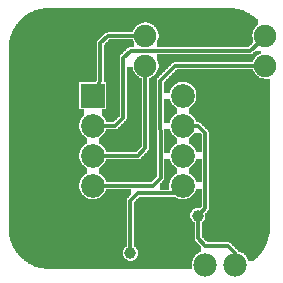
<source format=gbl>
G04 MADE WITH FRITZING*
G04 WWW.FRITZING.ORG*
G04 DOUBLE SIDED*
G04 HOLES PLATED*
G04 CONTOUR ON CENTER OF CONTOUR VECTOR*
%ASAXBY*%
%FSLAX23Y23*%
%MOIN*%
%OFA0B0*%
%SFA1.0B1.0*%
%ADD10C,0.075000*%
%ADD11C,0.079370*%
%ADD12C,0.039370*%
%ADD13C,0.078000*%
%ADD14R,0.079370X0.079370*%
%ADD15C,0.012000*%
%LNCOPPER0*%
G90*
G70*
G54D10*
X685Y946D03*
X817Y723D03*
X592Y814D03*
X992Y814D03*
G54D11*
X417Y714D03*
X717Y714D03*
X417Y614D03*
X717Y614D03*
X417Y514D03*
X717Y514D03*
X417Y414D03*
X717Y414D03*
G54D10*
X992Y914D03*
X592Y914D03*
G54D12*
X767Y314D03*
G54D13*
X892Y151D03*
X792Y151D03*
G54D12*
X542Y189D03*
G54D14*
X417Y714D03*
G54D15*
X467Y513D02*
X567Y513D01*
D02*
X567Y513D02*
X592Y539D01*
D02*
X442Y513D02*
X467Y513D01*
D02*
X592Y539D02*
X592Y791D01*
D02*
X517Y839D02*
X543Y864D01*
D02*
X543Y864D02*
X942Y864D01*
D02*
X517Y639D02*
X517Y839D01*
D02*
X942Y864D02*
X976Y897D01*
D02*
X442Y613D02*
X492Y613D01*
D02*
X617Y413D02*
X442Y414D01*
D02*
X692Y813D02*
X642Y764D01*
D02*
X642Y764D02*
X643Y439D01*
D02*
X643Y439D02*
X617Y413D01*
D02*
X969Y814D02*
X692Y813D01*
D02*
X428Y736D02*
X442Y764D01*
D02*
X442Y764D02*
X442Y889D01*
D02*
X468Y913D02*
X569Y913D01*
D02*
X442Y889D02*
X468Y913D01*
D02*
X492Y613D02*
X517Y639D01*
D02*
X768Y613D02*
X792Y589D01*
D02*
X792Y339D02*
X777Y323D01*
D02*
X792Y589D02*
X792Y339D01*
D02*
X742Y613D02*
X768Y613D01*
D02*
X892Y189D02*
X892Y176D01*
D02*
X792Y213D02*
X868Y213D01*
D02*
X768Y239D02*
X792Y213D01*
D02*
X868Y213D02*
X892Y189D01*
D02*
X767Y300D02*
X768Y239D01*
D02*
X692Y389D02*
X699Y396D01*
D02*
X568Y389D02*
X692Y389D01*
D02*
X542Y364D02*
X568Y389D01*
D02*
X542Y202D02*
X542Y364D01*
G36*
X252Y1006D02*
X252Y1004D01*
X242Y1004D01*
X242Y1002D01*
X234Y1002D01*
X234Y1000D01*
X228Y1000D01*
X228Y998D01*
X222Y998D01*
X222Y996D01*
X218Y996D01*
X218Y994D01*
X214Y994D01*
X214Y992D01*
X208Y992D01*
X208Y990D01*
X206Y990D01*
X206Y988D01*
X202Y988D01*
X202Y986D01*
X198Y986D01*
X198Y984D01*
X196Y984D01*
X196Y982D01*
X192Y982D01*
X192Y980D01*
X190Y980D01*
X190Y978D01*
X188Y978D01*
X188Y976D01*
X184Y976D01*
X184Y974D01*
X182Y974D01*
X182Y972D01*
X180Y972D01*
X180Y970D01*
X178Y970D01*
X178Y968D01*
X176Y968D01*
X176Y966D01*
X174Y966D01*
X174Y964D01*
X172Y964D01*
X172Y962D01*
X170Y962D01*
X170Y960D01*
X168Y960D01*
X168Y958D01*
X596Y958D01*
X596Y956D01*
X606Y956D01*
X606Y954D01*
X610Y954D01*
X610Y952D01*
X614Y952D01*
X614Y950D01*
X618Y950D01*
X618Y948D01*
X620Y948D01*
X620Y946D01*
X622Y946D01*
X622Y944D01*
X624Y944D01*
X624Y942D01*
X626Y942D01*
X626Y940D01*
X628Y940D01*
X628Y936D01*
X630Y936D01*
X630Y934D01*
X632Y934D01*
X632Y928D01*
X634Y928D01*
X634Y920D01*
X636Y920D01*
X636Y906D01*
X634Y906D01*
X634Y900D01*
X632Y900D01*
X632Y876D01*
X938Y876D01*
X938Y878D01*
X940Y878D01*
X940Y880D01*
X942Y880D01*
X942Y882D01*
X944Y882D01*
X944Y884D01*
X946Y884D01*
X946Y886D01*
X948Y886D01*
X948Y888D01*
X950Y888D01*
X950Y908D01*
X948Y908D01*
X948Y918D01*
X950Y918D01*
X950Y928D01*
X952Y928D01*
X952Y932D01*
X954Y932D01*
X954Y936D01*
X956Y936D01*
X956Y940D01*
X958Y940D01*
X958Y942D01*
X960Y942D01*
X960Y944D01*
X962Y944D01*
X962Y946D01*
X964Y946D01*
X964Y948D01*
X966Y948D01*
X966Y968D01*
X964Y968D01*
X964Y970D01*
X962Y970D01*
X962Y972D01*
X958Y972D01*
X958Y974D01*
X956Y974D01*
X956Y976D01*
X954Y976D01*
X954Y978D01*
X952Y978D01*
X952Y980D01*
X948Y980D01*
X948Y982D01*
X946Y982D01*
X946Y984D01*
X942Y984D01*
X942Y986D01*
X940Y986D01*
X940Y988D01*
X936Y988D01*
X936Y990D01*
X932Y990D01*
X932Y992D01*
X928Y992D01*
X928Y994D01*
X924Y994D01*
X924Y996D01*
X920Y996D01*
X920Y998D01*
X914Y998D01*
X914Y1000D01*
X908Y1000D01*
X908Y1002D01*
X900Y1002D01*
X900Y1004D01*
X890Y1004D01*
X890Y1006D01*
X252Y1006D01*
G37*
D02*
G36*
X166Y958D02*
X166Y954D01*
X164Y954D01*
X164Y952D01*
X162Y952D01*
X162Y950D01*
X160Y950D01*
X160Y946D01*
X158Y946D01*
X158Y944D01*
X156Y944D01*
X156Y940D01*
X154Y940D01*
X154Y936D01*
X152Y936D01*
X152Y934D01*
X150Y934D01*
X150Y928D01*
X148Y928D01*
X148Y924D01*
X146Y924D01*
X146Y920D01*
X144Y920D01*
X144Y914D01*
X142Y914D01*
X142Y908D01*
X140Y908D01*
X140Y900D01*
X138Y900D01*
X138Y890D01*
X136Y890D01*
X136Y368D01*
X408Y368D01*
X408Y370D01*
X402Y370D01*
X402Y372D01*
X398Y372D01*
X398Y374D01*
X394Y374D01*
X394Y376D01*
X390Y376D01*
X390Y378D01*
X388Y378D01*
X388Y380D01*
X386Y380D01*
X386Y382D01*
X384Y382D01*
X384Y384D01*
X382Y384D01*
X382Y386D01*
X380Y386D01*
X380Y388D01*
X378Y388D01*
X378Y392D01*
X376Y392D01*
X376Y396D01*
X374Y396D01*
X374Y402D01*
X372Y402D01*
X372Y424D01*
X374Y424D01*
X374Y432D01*
X376Y432D01*
X376Y436D01*
X378Y436D01*
X378Y438D01*
X380Y438D01*
X380Y442D01*
X382Y442D01*
X382Y444D01*
X384Y444D01*
X384Y446D01*
X386Y446D01*
X386Y448D01*
X388Y448D01*
X388Y450D01*
X390Y450D01*
X390Y452D01*
X394Y452D01*
X394Y454D01*
X398Y454D01*
X398Y474D01*
X394Y474D01*
X394Y476D01*
X390Y476D01*
X390Y478D01*
X388Y478D01*
X388Y480D01*
X386Y480D01*
X386Y482D01*
X384Y482D01*
X384Y484D01*
X382Y484D01*
X382Y486D01*
X380Y486D01*
X380Y488D01*
X378Y488D01*
X378Y492D01*
X376Y492D01*
X376Y496D01*
X374Y496D01*
X374Y502D01*
X372Y502D01*
X372Y524D01*
X374Y524D01*
X374Y532D01*
X376Y532D01*
X376Y536D01*
X378Y536D01*
X378Y538D01*
X380Y538D01*
X380Y542D01*
X382Y542D01*
X382Y544D01*
X384Y544D01*
X384Y546D01*
X386Y546D01*
X386Y548D01*
X388Y548D01*
X388Y550D01*
X390Y550D01*
X390Y552D01*
X394Y552D01*
X394Y554D01*
X398Y554D01*
X398Y574D01*
X394Y574D01*
X394Y576D01*
X390Y576D01*
X390Y578D01*
X388Y578D01*
X388Y580D01*
X386Y580D01*
X386Y582D01*
X384Y582D01*
X384Y584D01*
X382Y584D01*
X382Y586D01*
X380Y586D01*
X380Y588D01*
X378Y588D01*
X378Y592D01*
X376Y592D01*
X376Y596D01*
X374Y596D01*
X374Y602D01*
X372Y602D01*
X372Y624D01*
X374Y624D01*
X374Y632D01*
X376Y632D01*
X376Y636D01*
X378Y636D01*
X378Y638D01*
X380Y638D01*
X380Y642D01*
X382Y642D01*
X382Y644D01*
X384Y644D01*
X384Y646D01*
X386Y646D01*
X386Y648D01*
X388Y648D01*
X388Y668D01*
X372Y668D01*
X372Y760D01*
X428Y760D01*
X428Y764D01*
X430Y764D01*
X430Y894D01*
X432Y894D01*
X432Y896D01*
X434Y896D01*
X434Y898D01*
X436Y898D01*
X436Y900D01*
X438Y900D01*
X438Y902D01*
X440Y902D01*
X440Y904D01*
X442Y904D01*
X442Y906D01*
X444Y906D01*
X444Y908D01*
X446Y908D01*
X446Y910D01*
X448Y910D01*
X448Y912D01*
X450Y912D01*
X450Y914D01*
X452Y914D01*
X452Y916D01*
X454Y916D01*
X454Y918D01*
X456Y918D01*
X456Y920D01*
X458Y920D01*
X458Y922D01*
X462Y922D01*
X462Y924D01*
X466Y924D01*
X466Y926D01*
X550Y926D01*
X550Y928D01*
X552Y928D01*
X552Y932D01*
X554Y932D01*
X554Y936D01*
X556Y936D01*
X556Y940D01*
X558Y940D01*
X558Y942D01*
X560Y942D01*
X560Y944D01*
X562Y944D01*
X562Y946D01*
X564Y946D01*
X564Y948D01*
X566Y948D01*
X566Y950D01*
X570Y950D01*
X570Y952D01*
X574Y952D01*
X574Y954D01*
X578Y954D01*
X578Y956D01*
X588Y956D01*
X588Y958D01*
X166Y958D01*
G37*
D02*
G36*
X460Y402D02*
X460Y396D01*
X458Y396D01*
X458Y392D01*
X456Y392D01*
X456Y388D01*
X454Y388D01*
X454Y386D01*
X452Y386D01*
X452Y384D01*
X450Y384D01*
X450Y382D01*
X448Y382D01*
X448Y380D01*
X446Y380D01*
X446Y378D01*
X444Y378D01*
X444Y376D01*
X440Y376D01*
X440Y374D01*
X438Y374D01*
X438Y372D01*
X432Y372D01*
X432Y370D01*
X426Y370D01*
X426Y368D01*
X532Y368D01*
X532Y372D01*
X534Y372D01*
X534Y374D01*
X536Y374D01*
X536Y376D01*
X538Y376D01*
X538Y378D01*
X540Y378D01*
X540Y380D01*
X542Y380D01*
X542Y382D01*
X544Y382D01*
X544Y402D01*
X460Y402D01*
G37*
D02*
G36*
X760Y402D02*
X760Y396D01*
X758Y396D01*
X758Y392D01*
X756Y392D01*
X756Y388D01*
X754Y388D01*
X754Y386D01*
X752Y386D01*
X752Y384D01*
X750Y384D01*
X750Y382D01*
X748Y382D01*
X748Y380D01*
X746Y380D01*
X746Y378D01*
X744Y378D01*
X744Y376D01*
X740Y376D01*
X740Y374D01*
X738Y374D01*
X738Y372D01*
X732Y372D01*
X732Y370D01*
X726Y370D01*
X726Y368D01*
X780Y368D01*
X780Y402D01*
X760Y402D01*
G37*
D02*
G36*
X570Y376D02*
X570Y374D01*
X568Y374D01*
X568Y372D01*
X566Y372D01*
X566Y370D01*
X564Y370D01*
X564Y368D01*
X708Y368D01*
X708Y370D01*
X702Y370D01*
X702Y372D01*
X698Y372D01*
X698Y374D01*
X694Y374D01*
X694Y376D01*
X570Y376D01*
G37*
D02*
G36*
X136Y368D02*
X136Y366D01*
X530Y366D01*
X530Y368D01*
X136Y368D01*
G37*
D02*
G36*
X136Y368D02*
X136Y366D01*
X530Y366D01*
X530Y368D01*
X136Y368D01*
G37*
D02*
G36*
X562Y368D02*
X562Y366D01*
X780Y366D01*
X780Y368D01*
X562Y368D01*
G37*
D02*
G36*
X562Y368D02*
X562Y366D01*
X780Y366D01*
X780Y368D01*
X562Y368D01*
G37*
D02*
G36*
X136Y366D02*
X136Y252D01*
X138Y252D01*
X138Y242D01*
X140Y242D01*
X140Y234D01*
X142Y234D01*
X142Y228D01*
X144Y228D01*
X144Y222D01*
X146Y222D01*
X146Y218D01*
X148Y218D01*
X148Y214D01*
X150Y214D01*
X150Y210D01*
X152Y210D01*
X152Y206D01*
X154Y206D01*
X154Y202D01*
X156Y202D01*
X156Y200D01*
X158Y200D01*
X158Y196D01*
X160Y196D01*
X160Y194D01*
X162Y194D01*
X162Y190D01*
X164Y190D01*
X164Y188D01*
X166Y188D01*
X166Y186D01*
X168Y186D01*
X168Y184D01*
X170Y184D01*
X170Y180D01*
X172Y180D01*
X172Y178D01*
X174Y178D01*
X174Y176D01*
X176Y176D01*
X176Y174D01*
X178Y174D01*
X178Y172D01*
X180Y172D01*
X180Y170D01*
X184Y170D01*
X184Y168D01*
X186Y168D01*
X186Y166D01*
X188Y166D01*
X188Y164D01*
X534Y164D01*
X534Y166D01*
X530Y166D01*
X530Y168D01*
X526Y168D01*
X526Y170D01*
X524Y170D01*
X524Y172D01*
X522Y172D01*
X522Y174D01*
X520Y174D01*
X520Y178D01*
X518Y178D01*
X518Y184D01*
X516Y184D01*
X516Y194D01*
X518Y194D01*
X518Y200D01*
X520Y200D01*
X520Y204D01*
X522Y204D01*
X522Y206D01*
X524Y206D01*
X524Y208D01*
X526Y208D01*
X526Y210D01*
X530Y210D01*
X530Y366D01*
X136Y366D01*
G37*
D02*
G36*
X560Y366D02*
X560Y364D01*
X558Y364D01*
X558Y362D01*
X556Y362D01*
X556Y360D01*
X554Y360D01*
X554Y210D01*
X558Y210D01*
X558Y208D01*
X560Y208D01*
X560Y206D01*
X562Y206D01*
X562Y204D01*
X564Y204D01*
X564Y200D01*
X566Y200D01*
X566Y194D01*
X568Y194D01*
X568Y184D01*
X566Y184D01*
X566Y178D01*
X564Y178D01*
X564Y174D01*
X562Y174D01*
X562Y172D01*
X560Y172D01*
X560Y170D01*
X558Y170D01*
X558Y168D01*
X556Y168D01*
X556Y166D01*
X550Y166D01*
X550Y164D01*
X750Y164D01*
X750Y170D01*
X752Y170D01*
X752Y174D01*
X754Y174D01*
X754Y176D01*
X756Y176D01*
X756Y180D01*
X758Y180D01*
X758Y182D01*
X760Y182D01*
X760Y184D01*
X762Y184D01*
X762Y186D01*
X766Y186D01*
X766Y188D01*
X768Y188D01*
X768Y190D01*
X772Y190D01*
X772Y192D01*
X776Y192D01*
X776Y214D01*
X774Y214D01*
X774Y216D01*
X772Y216D01*
X772Y218D01*
X770Y218D01*
X770Y220D01*
X768Y220D01*
X768Y222D01*
X766Y222D01*
X766Y224D01*
X764Y224D01*
X764Y226D01*
X762Y226D01*
X762Y228D01*
X760Y228D01*
X760Y230D01*
X758Y230D01*
X758Y234D01*
X756Y234D01*
X756Y292D01*
X752Y292D01*
X752Y294D01*
X750Y294D01*
X750Y296D01*
X748Y296D01*
X748Y298D01*
X746Y298D01*
X746Y302D01*
X744Y302D01*
X744Y306D01*
X742Y306D01*
X742Y322D01*
X744Y322D01*
X744Y326D01*
X746Y326D01*
X746Y330D01*
X748Y330D01*
X748Y332D01*
X750Y332D01*
X750Y334D01*
X752Y334D01*
X752Y336D01*
X756Y336D01*
X756Y338D01*
X762Y338D01*
X762Y340D01*
X778Y340D01*
X778Y342D01*
X780Y342D01*
X780Y366D01*
X560Y366D01*
G37*
D02*
G36*
X190Y164D02*
X190Y162D01*
X748Y162D01*
X748Y164D01*
X190Y164D01*
G37*
D02*
G36*
X190Y164D02*
X190Y162D01*
X748Y162D01*
X748Y164D01*
X190Y164D01*
G37*
D02*
G36*
X194Y162D02*
X194Y160D01*
X196Y160D01*
X196Y158D01*
X200Y158D01*
X200Y156D01*
X202Y156D01*
X202Y154D01*
X206Y154D01*
X206Y152D01*
X210Y152D01*
X210Y150D01*
X214Y150D01*
X214Y148D01*
X218Y148D01*
X218Y146D01*
X222Y146D01*
X222Y144D01*
X228Y144D01*
X228Y142D01*
X234Y142D01*
X234Y140D01*
X242Y140D01*
X242Y138D01*
X254Y138D01*
X254Y136D01*
X748Y136D01*
X748Y162D01*
X194Y162D01*
G37*
D02*
G36*
X472Y902D02*
X472Y900D01*
X470Y900D01*
X470Y898D01*
X468Y898D01*
X468Y896D01*
X466Y896D01*
X466Y894D01*
X464Y894D01*
X464Y892D01*
X462Y892D01*
X462Y890D01*
X460Y890D01*
X460Y888D01*
X458Y888D01*
X458Y886D01*
X456Y886D01*
X456Y884D01*
X454Y884D01*
X454Y760D01*
X462Y760D01*
X462Y668D01*
X446Y668D01*
X446Y648D01*
X448Y648D01*
X448Y646D01*
X450Y646D01*
X450Y644D01*
X452Y644D01*
X452Y642D01*
X454Y642D01*
X454Y640D01*
X456Y640D01*
X456Y636D01*
X458Y636D01*
X458Y632D01*
X460Y632D01*
X460Y626D01*
X488Y626D01*
X488Y628D01*
X490Y628D01*
X490Y630D01*
X492Y630D01*
X492Y632D01*
X494Y632D01*
X494Y634D01*
X496Y634D01*
X496Y636D01*
X498Y636D01*
X498Y638D01*
X500Y638D01*
X500Y640D01*
X502Y640D01*
X502Y642D01*
X504Y642D01*
X504Y644D01*
X506Y644D01*
X506Y844D01*
X508Y844D01*
X508Y848D01*
X510Y848D01*
X510Y850D01*
X512Y850D01*
X512Y852D01*
X514Y852D01*
X514Y854D01*
X516Y854D01*
X516Y856D01*
X518Y856D01*
X518Y858D01*
X520Y858D01*
X520Y860D01*
X522Y860D01*
X522Y862D01*
X524Y862D01*
X524Y864D01*
X526Y864D01*
X526Y866D01*
X528Y866D01*
X528Y868D01*
X530Y868D01*
X530Y870D01*
X532Y870D01*
X532Y872D01*
X534Y872D01*
X534Y874D01*
X538Y874D01*
X538Y876D01*
X554Y876D01*
X554Y896D01*
X552Y896D01*
X552Y900D01*
X550Y900D01*
X550Y902D01*
X472Y902D01*
G37*
D02*
G36*
X958Y864D02*
X958Y862D01*
X956Y862D01*
X956Y860D01*
X954Y860D01*
X954Y858D01*
X952Y858D01*
X952Y856D01*
X950Y856D01*
X950Y854D01*
X946Y854D01*
X946Y852D01*
X632Y852D01*
X632Y828D01*
X634Y828D01*
X634Y820D01*
X636Y820D01*
X636Y806D01*
X634Y806D01*
X634Y800D01*
X632Y800D01*
X632Y794D01*
X630Y794D01*
X630Y792D01*
X628Y792D01*
X628Y788D01*
X626Y788D01*
X626Y786D01*
X624Y786D01*
X624Y784D01*
X622Y784D01*
X622Y782D01*
X620Y782D01*
X620Y780D01*
X618Y780D01*
X618Y778D01*
X614Y778D01*
X614Y776D01*
X612Y776D01*
X612Y774D01*
X606Y774D01*
X606Y772D01*
X604Y772D01*
X604Y534D01*
X602Y534D01*
X602Y530D01*
X600Y530D01*
X600Y528D01*
X598Y528D01*
X598Y526D01*
X596Y526D01*
X596Y524D01*
X594Y524D01*
X594Y522D01*
X592Y522D01*
X592Y520D01*
X590Y520D01*
X590Y518D01*
X588Y518D01*
X588Y516D01*
X586Y516D01*
X586Y514D01*
X584Y514D01*
X584Y512D01*
X582Y512D01*
X582Y510D01*
X580Y510D01*
X580Y508D01*
X578Y508D01*
X578Y506D01*
X576Y506D01*
X576Y504D01*
X572Y504D01*
X572Y502D01*
X460Y502D01*
X460Y496D01*
X458Y496D01*
X458Y492D01*
X456Y492D01*
X456Y488D01*
X454Y488D01*
X454Y486D01*
X452Y486D01*
X452Y484D01*
X450Y484D01*
X450Y482D01*
X448Y482D01*
X448Y480D01*
X446Y480D01*
X446Y478D01*
X444Y478D01*
X444Y476D01*
X440Y476D01*
X440Y474D01*
X438Y474D01*
X438Y454D01*
X440Y454D01*
X440Y452D01*
X444Y452D01*
X444Y450D01*
X446Y450D01*
X446Y448D01*
X448Y448D01*
X448Y446D01*
X450Y446D01*
X450Y444D01*
X452Y444D01*
X452Y442D01*
X454Y442D01*
X454Y440D01*
X456Y440D01*
X456Y436D01*
X458Y436D01*
X458Y432D01*
X460Y432D01*
X460Y426D01*
X614Y426D01*
X614Y428D01*
X616Y428D01*
X616Y430D01*
X618Y430D01*
X618Y432D01*
X620Y432D01*
X620Y434D01*
X622Y434D01*
X622Y436D01*
X624Y436D01*
X624Y438D01*
X626Y438D01*
X626Y440D01*
X628Y440D01*
X628Y442D01*
X630Y442D01*
X630Y770D01*
X632Y770D01*
X632Y772D01*
X634Y772D01*
X634Y774D01*
X636Y774D01*
X636Y776D01*
X638Y776D01*
X638Y778D01*
X640Y778D01*
X640Y780D01*
X642Y780D01*
X642Y782D01*
X644Y782D01*
X644Y784D01*
X646Y784D01*
X646Y786D01*
X648Y786D01*
X648Y788D01*
X650Y788D01*
X650Y790D01*
X652Y790D01*
X652Y792D01*
X654Y792D01*
X654Y794D01*
X656Y794D01*
X656Y796D01*
X658Y796D01*
X658Y798D01*
X660Y798D01*
X660Y800D01*
X662Y800D01*
X662Y802D01*
X664Y802D01*
X664Y804D01*
X666Y804D01*
X666Y806D01*
X668Y806D01*
X668Y808D01*
X670Y808D01*
X670Y810D01*
X672Y810D01*
X672Y812D01*
X674Y812D01*
X674Y814D01*
X676Y814D01*
X676Y816D01*
X678Y816D01*
X678Y818D01*
X680Y818D01*
X680Y820D01*
X682Y820D01*
X682Y822D01*
X686Y822D01*
X686Y824D01*
X688Y824D01*
X688Y826D01*
X950Y826D01*
X950Y828D01*
X952Y828D01*
X952Y832D01*
X954Y832D01*
X954Y836D01*
X956Y836D01*
X956Y840D01*
X958Y840D01*
X958Y842D01*
X960Y842D01*
X960Y844D01*
X962Y844D01*
X962Y846D01*
X964Y846D01*
X964Y848D01*
X966Y848D01*
X966Y850D01*
X970Y850D01*
X970Y852D01*
X974Y852D01*
X974Y854D01*
X978Y854D01*
X978Y864D01*
X958Y864D01*
G37*
D02*
G36*
X530Y808D02*
X530Y636D01*
X528Y636D01*
X528Y632D01*
X526Y632D01*
X526Y630D01*
X524Y630D01*
X524Y628D01*
X522Y628D01*
X522Y626D01*
X520Y626D01*
X520Y624D01*
X518Y624D01*
X518Y622D01*
X516Y622D01*
X516Y620D01*
X514Y620D01*
X514Y618D01*
X512Y618D01*
X512Y616D01*
X510Y616D01*
X510Y614D01*
X508Y614D01*
X508Y612D01*
X506Y612D01*
X506Y610D01*
X504Y610D01*
X504Y608D01*
X502Y608D01*
X502Y606D01*
X500Y606D01*
X500Y604D01*
X498Y604D01*
X498Y602D01*
X460Y602D01*
X460Y596D01*
X458Y596D01*
X458Y592D01*
X456Y592D01*
X456Y588D01*
X454Y588D01*
X454Y586D01*
X452Y586D01*
X452Y584D01*
X450Y584D01*
X450Y582D01*
X448Y582D01*
X448Y580D01*
X446Y580D01*
X446Y578D01*
X444Y578D01*
X444Y576D01*
X440Y576D01*
X440Y574D01*
X438Y574D01*
X438Y554D01*
X440Y554D01*
X440Y552D01*
X444Y552D01*
X444Y550D01*
X446Y550D01*
X446Y548D01*
X448Y548D01*
X448Y546D01*
X450Y546D01*
X450Y544D01*
X452Y544D01*
X452Y542D01*
X454Y542D01*
X454Y540D01*
X456Y540D01*
X456Y536D01*
X458Y536D01*
X458Y532D01*
X460Y532D01*
X460Y526D01*
X564Y526D01*
X564Y528D01*
X566Y528D01*
X566Y530D01*
X568Y530D01*
X568Y532D01*
X570Y532D01*
X570Y534D01*
X572Y534D01*
X572Y536D01*
X574Y536D01*
X574Y538D01*
X576Y538D01*
X576Y540D01*
X578Y540D01*
X578Y542D01*
X580Y542D01*
X580Y772D01*
X578Y772D01*
X578Y774D01*
X572Y774D01*
X572Y776D01*
X570Y776D01*
X570Y778D01*
X566Y778D01*
X566Y780D01*
X564Y780D01*
X564Y782D01*
X562Y782D01*
X562Y784D01*
X560Y784D01*
X560Y786D01*
X558Y786D01*
X558Y788D01*
X556Y788D01*
X556Y792D01*
X554Y792D01*
X554Y796D01*
X552Y796D01*
X552Y800D01*
X550Y800D01*
X550Y808D01*
X530Y808D01*
G37*
D02*
G36*
X696Y802D02*
X696Y800D01*
X694Y800D01*
X694Y798D01*
X692Y798D01*
X692Y796D01*
X690Y796D01*
X690Y794D01*
X688Y794D01*
X688Y792D01*
X686Y792D01*
X686Y790D01*
X684Y790D01*
X684Y788D01*
X682Y788D01*
X682Y786D01*
X680Y786D01*
X680Y784D01*
X678Y784D01*
X678Y782D01*
X676Y782D01*
X676Y780D01*
X674Y780D01*
X674Y778D01*
X672Y778D01*
X672Y776D01*
X670Y776D01*
X670Y774D01*
X668Y774D01*
X668Y772D01*
X666Y772D01*
X666Y770D01*
X664Y770D01*
X664Y768D01*
X662Y768D01*
X662Y766D01*
X660Y766D01*
X660Y764D01*
X658Y764D01*
X658Y762D01*
X656Y762D01*
X656Y760D01*
X724Y760D01*
X724Y758D01*
X732Y758D01*
X732Y756D01*
X736Y756D01*
X736Y754D01*
X740Y754D01*
X740Y752D01*
X744Y752D01*
X744Y750D01*
X746Y750D01*
X746Y748D01*
X748Y748D01*
X748Y746D01*
X750Y746D01*
X750Y744D01*
X752Y744D01*
X752Y742D01*
X754Y742D01*
X754Y740D01*
X756Y740D01*
X756Y736D01*
X758Y736D01*
X758Y732D01*
X760Y732D01*
X760Y726D01*
X762Y726D01*
X762Y702D01*
X760Y702D01*
X760Y696D01*
X758Y696D01*
X758Y692D01*
X756Y692D01*
X756Y688D01*
X754Y688D01*
X754Y686D01*
X752Y686D01*
X752Y684D01*
X750Y684D01*
X750Y682D01*
X748Y682D01*
X748Y680D01*
X746Y680D01*
X746Y678D01*
X744Y678D01*
X744Y676D01*
X740Y676D01*
X740Y674D01*
X738Y674D01*
X738Y654D01*
X740Y654D01*
X740Y652D01*
X744Y652D01*
X744Y650D01*
X746Y650D01*
X746Y648D01*
X748Y648D01*
X748Y646D01*
X750Y646D01*
X750Y644D01*
X752Y644D01*
X752Y642D01*
X754Y642D01*
X754Y640D01*
X756Y640D01*
X756Y636D01*
X758Y636D01*
X758Y632D01*
X760Y632D01*
X760Y626D01*
X770Y626D01*
X770Y624D01*
X774Y624D01*
X774Y622D01*
X776Y622D01*
X776Y620D01*
X778Y620D01*
X778Y618D01*
X780Y618D01*
X780Y616D01*
X782Y616D01*
X782Y614D01*
X784Y614D01*
X784Y612D01*
X786Y612D01*
X786Y610D01*
X788Y610D01*
X788Y608D01*
X790Y608D01*
X790Y606D01*
X792Y606D01*
X792Y604D01*
X794Y604D01*
X794Y602D01*
X796Y602D01*
X796Y600D01*
X798Y600D01*
X798Y598D01*
X800Y598D01*
X800Y596D01*
X802Y596D01*
X802Y594D01*
X804Y594D01*
X804Y334D01*
X802Y334D01*
X802Y330D01*
X800Y330D01*
X800Y328D01*
X798Y328D01*
X798Y326D01*
X796Y326D01*
X796Y324D01*
X794Y324D01*
X794Y322D01*
X792Y322D01*
X792Y306D01*
X790Y306D01*
X790Y300D01*
X788Y300D01*
X788Y298D01*
X786Y298D01*
X786Y296D01*
X784Y296D01*
X784Y294D01*
X782Y294D01*
X782Y292D01*
X780Y292D01*
X780Y242D01*
X782Y242D01*
X782Y240D01*
X784Y240D01*
X784Y238D01*
X786Y238D01*
X786Y236D01*
X788Y236D01*
X788Y234D01*
X790Y234D01*
X790Y232D01*
X792Y232D01*
X792Y230D01*
X794Y230D01*
X794Y228D01*
X796Y228D01*
X796Y226D01*
X870Y226D01*
X870Y224D01*
X874Y224D01*
X874Y222D01*
X876Y222D01*
X876Y220D01*
X878Y220D01*
X878Y218D01*
X880Y218D01*
X880Y216D01*
X882Y216D01*
X882Y214D01*
X884Y214D01*
X884Y212D01*
X886Y212D01*
X886Y210D01*
X888Y210D01*
X888Y208D01*
X890Y208D01*
X890Y206D01*
X892Y206D01*
X892Y204D01*
X894Y204D01*
X894Y202D01*
X896Y202D01*
X896Y200D01*
X898Y200D01*
X898Y198D01*
X900Y198D01*
X900Y196D01*
X902Y196D01*
X902Y194D01*
X908Y194D01*
X908Y192D01*
X912Y192D01*
X912Y190D01*
X916Y190D01*
X916Y188D01*
X920Y188D01*
X920Y186D01*
X922Y186D01*
X922Y184D01*
X924Y184D01*
X924Y182D01*
X926Y182D01*
X926Y180D01*
X928Y180D01*
X928Y176D01*
X930Y176D01*
X930Y174D01*
X932Y174D01*
X932Y170D01*
X934Y170D01*
X934Y164D01*
X954Y164D01*
X954Y166D01*
X956Y166D01*
X956Y168D01*
X958Y168D01*
X958Y170D01*
X960Y170D01*
X960Y172D01*
X964Y172D01*
X964Y174D01*
X966Y174D01*
X966Y176D01*
X968Y176D01*
X968Y178D01*
X970Y178D01*
X970Y182D01*
X972Y182D01*
X972Y184D01*
X974Y184D01*
X974Y186D01*
X976Y186D01*
X976Y188D01*
X978Y188D01*
X978Y190D01*
X980Y190D01*
X980Y194D01*
X982Y194D01*
X982Y196D01*
X984Y196D01*
X984Y200D01*
X986Y200D01*
X986Y202D01*
X988Y202D01*
X988Y206D01*
X990Y206D01*
X990Y210D01*
X992Y210D01*
X992Y214D01*
X994Y214D01*
X994Y218D01*
X996Y218D01*
X996Y224D01*
X998Y224D01*
X998Y228D01*
X1000Y228D01*
X1000Y234D01*
X1002Y234D01*
X1002Y242D01*
X1004Y242D01*
X1004Y254D01*
X1006Y254D01*
X1006Y770D01*
X986Y770D01*
X986Y772D01*
X978Y772D01*
X978Y774D01*
X972Y774D01*
X972Y776D01*
X970Y776D01*
X970Y778D01*
X966Y778D01*
X966Y780D01*
X964Y780D01*
X964Y782D01*
X962Y782D01*
X962Y784D01*
X960Y784D01*
X960Y786D01*
X958Y786D01*
X958Y788D01*
X956Y788D01*
X956Y792D01*
X954Y792D01*
X954Y796D01*
X952Y796D01*
X952Y800D01*
X950Y800D01*
X950Y802D01*
X696Y802D01*
G37*
D02*
G36*
X654Y760D02*
X654Y724D01*
X674Y724D01*
X674Y732D01*
X676Y732D01*
X676Y736D01*
X678Y736D01*
X678Y738D01*
X680Y738D01*
X680Y742D01*
X682Y742D01*
X682Y744D01*
X684Y744D01*
X684Y746D01*
X686Y746D01*
X686Y748D01*
X688Y748D01*
X688Y750D01*
X690Y750D01*
X690Y752D01*
X694Y752D01*
X694Y754D01*
X698Y754D01*
X698Y756D01*
X702Y756D01*
X702Y758D01*
X712Y758D01*
X712Y760D01*
X654Y760D01*
G37*
D02*
G36*
X654Y702D02*
X654Y624D01*
X674Y624D01*
X674Y632D01*
X676Y632D01*
X676Y636D01*
X678Y636D01*
X678Y638D01*
X680Y638D01*
X680Y642D01*
X682Y642D01*
X682Y644D01*
X684Y644D01*
X684Y646D01*
X686Y646D01*
X686Y648D01*
X688Y648D01*
X688Y650D01*
X690Y650D01*
X690Y652D01*
X694Y652D01*
X694Y654D01*
X698Y654D01*
X698Y674D01*
X694Y674D01*
X694Y676D01*
X690Y676D01*
X690Y678D01*
X688Y678D01*
X688Y680D01*
X686Y680D01*
X686Y682D01*
X684Y682D01*
X684Y684D01*
X682Y684D01*
X682Y686D01*
X680Y686D01*
X680Y688D01*
X678Y688D01*
X678Y692D01*
X676Y692D01*
X676Y696D01*
X674Y696D01*
X674Y702D01*
X654Y702D01*
G37*
D02*
G36*
X654Y602D02*
X654Y524D01*
X674Y524D01*
X674Y532D01*
X676Y532D01*
X676Y536D01*
X678Y536D01*
X678Y538D01*
X680Y538D01*
X680Y542D01*
X682Y542D01*
X682Y544D01*
X684Y544D01*
X684Y546D01*
X686Y546D01*
X686Y548D01*
X688Y548D01*
X688Y550D01*
X690Y550D01*
X690Y552D01*
X694Y552D01*
X694Y554D01*
X698Y554D01*
X698Y574D01*
X694Y574D01*
X694Y576D01*
X690Y576D01*
X690Y578D01*
X688Y578D01*
X688Y580D01*
X686Y580D01*
X686Y582D01*
X684Y582D01*
X684Y584D01*
X682Y584D01*
X682Y586D01*
X680Y586D01*
X680Y588D01*
X678Y588D01*
X678Y592D01*
X676Y592D01*
X676Y596D01*
X674Y596D01*
X674Y602D01*
X654Y602D01*
G37*
D02*
G36*
X756Y590D02*
X756Y588D01*
X754Y588D01*
X754Y586D01*
X752Y586D01*
X752Y584D01*
X750Y584D01*
X750Y582D01*
X748Y582D01*
X748Y580D01*
X746Y580D01*
X746Y578D01*
X744Y578D01*
X744Y576D01*
X740Y576D01*
X740Y574D01*
X738Y574D01*
X738Y554D01*
X740Y554D01*
X740Y552D01*
X744Y552D01*
X744Y550D01*
X746Y550D01*
X746Y548D01*
X748Y548D01*
X748Y546D01*
X750Y546D01*
X750Y544D01*
X752Y544D01*
X752Y542D01*
X754Y542D01*
X754Y540D01*
X756Y540D01*
X756Y536D01*
X758Y536D01*
X758Y532D01*
X760Y532D01*
X760Y526D01*
X780Y526D01*
X780Y586D01*
X778Y586D01*
X778Y588D01*
X776Y588D01*
X776Y590D01*
X756Y590D01*
G37*
D02*
G36*
X654Y502D02*
X654Y434D01*
X652Y434D01*
X652Y430D01*
X650Y430D01*
X650Y428D01*
X648Y428D01*
X648Y426D01*
X646Y426D01*
X646Y424D01*
X644Y424D01*
X644Y422D01*
X642Y422D01*
X642Y420D01*
X640Y420D01*
X640Y400D01*
X672Y400D01*
X672Y424D01*
X674Y424D01*
X674Y432D01*
X676Y432D01*
X676Y436D01*
X678Y436D01*
X678Y438D01*
X680Y438D01*
X680Y442D01*
X682Y442D01*
X682Y444D01*
X684Y444D01*
X684Y446D01*
X686Y446D01*
X686Y448D01*
X688Y448D01*
X688Y450D01*
X690Y450D01*
X690Y452D01*
X694Y452D01*
X694Y454D01*
X698Y454D01*
X698Y474D01*
X694Y474D01*
X694Y476D01*
X690Y476D01*
X690Y478D01*
X688Y478D01*
X688Y480D01*
X686Y480D01*
X686Y482D01*
X684Y482D01*
X684Y484D01*
X682Y484D01*
X682Y486D01*
X680Y486D01*
X680Y488D01*
X678Y488D01*
X678Y492D01*
X676Y492D01*
X676Y496D01*
X674Y496D01*
X674Y502D01*
X654Y502D01*
G37*
D02*
G36*
X760Y502D02*
X760Y496D01*
X758Y496D01*
X758Y492D01*
X756Y492D01*
X756Y488D01*
X754Y488D01*
X754Y486D01*
X752Y486D01*
X752Y484D01*
X750Y484D01*
X750Y482D01*
X748Y482D01*
X748Y480D01*
X746Y480D01*
X746Y478D01*
X744Y478D01*
X744Y476D01*
X740Y476D01*
X740Y474D01*
X738Y474D01*
X738Y454D01*
X740Y454D01*
X740Y452D01*
X744Y452D01*
X744Y450D01*
X746Y450D01*
X746Y448D01*
X748Y448D01*
X748Y446D01*
X750Y446D01*
X750Y444D01*
X752Y444D01*
X752Y442D01*
X754Y442D01*
X754Y440D01*
X756Y440D01*
X756Y436D01*
X758Y436D01*
X758Y432D01*
X760Y432D01*
X760Y426D01*
X780Y426D01*
X780Y502D01*
X760Y502D01*
G37*
D02*
G04 End of Copper0*
M02*
</source>
